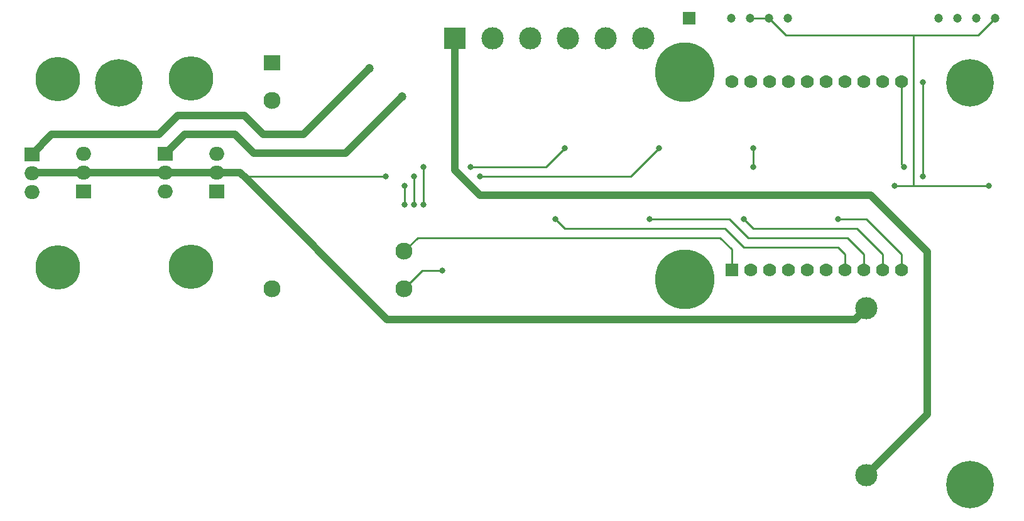
<source format=gbr>
%TF.GenerationSoftware,KiCad,Pcbnew,(7.0.0)*%
%TF.CreationDate,2024-01-27T17:52:15+01:00*%
%TF.ProjectId,bed-smart-plug,6265642d-736d-4617-9274-2d706c75672e,rev?*%
%TF.SameCoordinates,Original*%
%TF.FileFunction,Copper,L2,Bot*%
%TF.FilePolarity,Positive*%
%FSLAX46Y46*%
G04 Gerber Fmt 4.6, Leading zero omitted, Abs format (unit mm)*
G04 Created by KiCad (PCBNEW (7.0.0)) date 2024-01-27 17:52:15*
%MOMM*%
%LPD*%
G01*
G04 APERTURE LIST*
%TA.AperFunction,ComponentPad*%
%ADD10C,6.000000*%
%TD*%
%TA.AperFunction,ComponentPad*%
%ADD11C,6.400000*%
%TD*%
%TA.AperFunction,ComponentPad*%
%ADD12C,8.000000*%
%TD*%
%TA.AperFunction,ComponentPad*%
%ADD13C,3.000000*%
%TD*%
%TA.AperFunction,ComponentPad*%
%ADD14O,2.000000X1.905000*%
%TD*%
%TA.AperFunction,ComponentPad*%
%ADD15R,2.000000X1.905000*%
%TD*%
%TA.AperFunction,ComponentPad*%
%ADD16R,1.700000X1.700000*%
%TD*%
%TA.AperFunction,ComponentPad*%
%ADD17R,1.778000X1.778000*%
%TD*%
%TA.AperFunction,ComponentPad*%
%ADD18C,1.778000*%
%TD*%
%TA.AperFunction,ComponentPad*%
%ADD19C,1.200000*%
%TD*%
%TA.AperFunction,ComponentPad*%
%ADD20R,2.300000X2.000000*%
%TD*%
%TA.AperFunction,ComponentPad*%
%ADD21C,2.300000*%
%TD*%
%TA.AperFunction,ComponentPad*%
%ADD22R,3.000000X3.000000*%
%TD*%
%TA.AperFunction,ViaPad*%
%ADD23C,1.200000*%
%TD*%
%TA.AperFunction,ViaPad*%
%ADD24C,0.800000*%
%TD*%
%TA.AperFunction,Conductor*%
%ADD25C,0.250000*%
%TD*%
%TA.AperFunction,Conductor*%
%ADD26C,1.000000*%
%TD*%
G04 APERTURE END LIST*
D10*
%TO.P,HS1,1*%
%TO.N,N/C*%
X78995000Y-56660000D03*
X78995000Y-82060000D03*
%TD*%
D11*
%TO.P,,1*%
%TO.N,N/C*%
X201975000Y-57175000D03*
%TD*%
D12*
%TO.P,,1*%
%TO.N,N/C*%
X163485000Y-83700000D03*
%TD*%
D13*
%TO.P,F1,1*%
%TO.N,LINE*%
X187960000Y-110130000D03*
%TO.P,F1,2*%
%TO.N,Net-(Q1-A2)*%
X187960000Y-87630000D03*
%TD*%
D11*
%TO.P,,1*%
%TO.N,N/C*%
X87225000Y-57175000D03*
%TD*%
D14*
%TO.P,Q3,3,G*%
%TO.N,Net-(Q3-G)*%
X93514999Y-71839999D03*
%TO.P,Q3,2,A2*%
%TO.N,Net-(Q1-A2)*%
X93514999Y-69299999D03*
D15*
%TO.P,Q3,1,A1*%
%TO.N,Net-(J2-Pin_5)*%
X93514999Y-66759999D03*
%TD*%
D12*
%TO.P,,1*%
%TO.N,N/C*%
X163485000Y-55760000D03*
%TD*%
D16*
%TO.P,AE1,1,A*%
%TO.N,Net-(AE1-A)*%
X164099999Y-48499999D03*
%TD*%
D17*
%TO.P,U1,1,+5V*%
%TO.N,+5V*%
X169834999Y-82429999D03*
D18*
%TO.P,U1,2,+3.3V_(out)*%
%TO.N,+3V3*%
X172375000Y-82430000D03*
%TO.P,U1,3,GND*%
%TO.N,GND*%
X174915000Y-82430000D03*
%TO.P,U1,4,ESP_EN*%
%TO.N,unconnected-(U1-ESP_EN-Pad4)*%
X177455000Y-82430000D03*
%TO.P,U1,5,GPIO0*%
%TO.N,unconnected-(U1-GPIO0-Pad5)*%
X179995000Y-82430000D03*
%TO.P,U1,6,GPIO1*%
%TO.N,unconnected-(U1-GPIO1-Pad6)*%
X182535000Y-82430000D03*
%TO.P,U1,7,GPIO2*%
%TO.N,Net-(U1-GPIO2)*%
X185075000Y-82430000D03*
%TO.P,U1,8,GPIO3*%
%TO.N,Net-(U1-GPIO3)*%
X187615000Y-82430000D03*
%TO.P,U1,9,GPIO4*%
%TO.N,Net-(U1-GPIO4)*%
X190155000Y-82430000D03*
%TO.P,U1,10,GPIO5*%
%TO.N,Net-(U1-GPIO5)*%
X192695000Y-82430000D03*
%TO.P,U1,11,GPIO13*%
%TO.N,Net-(U1-GPIO13)*%
X192695000Y-57030000D03*
%TO.P,U1,12,GPIO14*%
%TO.N,unconnected-(U1-GPIO14-Pad12)*%
X190155000Y-57030000D03*
%TO.P,U1,13,GPIO15*%
%TO.N,unconnected-(U1-GPIO15-Pad13)*%
X187615000Y-57030000D03*
%TO.P,U1,14,GPIO16*%
%TO.N,unconnected-(U1-GPIO16-Pad14)*%
X185075000Y-57030000D03*
%TO.P,U1,15,GPIO32*%
%TO.N,unconnected-(U1-GPIO32-Pad15)*%
X182535000Y-57030000D03*
%TO.P,U1,16,GPIO33*%
%TO.N,unconnected-(U1-GPIO33-Pad16)*%
X179995000Y-57030000D03*
%TO.P,U1,17,GPIO34*%
%TO.N,unconnected-(U1-GPIO34-Pad17)*%
X177455000Y-57030000D03*
%TO.P,U1,18,GPIO35*%
%TO.N,unconnected-(U1-GPIO35-Pad18)*%
X174915000Y-57030000D03*
%TO.P,U1,19,GPIO36*%
%TO.N,Net-(U1-GPIO36)*%
X172375000Y-57030000D03*
%TO.P,U1,20,GPIO39*%
%TO.N,unconnected-(U1-GPIO39-Pad20)*%
X169835000Y-57030000D03*
%TD*%
D14*
%TO.P,Q4,3,G*%
%TO.N,Net-(Q4-G)*%
X100449999Y-66749999D03*
%TO.P,Q4,2,A2*%
%TO.N,Net-(Q1-A2)*%
X100449999Y-69289999D03*
D15*
%TO.P,Q4,1,A1*%
%TO.N,Net-(J2-Pin_6)*%
X100449999Y-71829999D03*
%TD*%
D19*
%TO.P,U2,1,Antenna*%
%TO.N,Net-(AE1-A)*%
X169780000Y-48500000D03*
%TO.P,U2,2,GND*%
%TO.N,GND*%
X172320000Y-48500000D03*
%TO.P,U2,3,GND*%
X174860000Y-48500000D03*
%TO.P,U2,4,VCC*%
%TO.N,+3V3*%
X177400000Y-48500000D03*
%TO.P,U2,5,VCC*%
X197720000Y-48500000D03*
%TO.P,U2,6,DATA*%
%TO.N,Net-(R2-Pad2)*%
X200260000Y-48500000D03*
%TO.P,U2,7,DATA*%
X202800000Y-48500000D03*
%TO.P,U2,8,GND*%
%TO.N,GND*%
X205340000Y-48500000D03*
%TD*%
D20*
%TO.P,PS1,1,AC/L*%
%TO.N,LINE*%
X107899999Y-54519999D03*
D21*
%TO.P,PS1,3,AC/N*%
%TO.N,NEUT*%
X107900000Y-59600000D03*
%TO.P,PS1,5,NC*%
%TO.N,unconnected-(PS1-NC-Pad5)*%
X107900000Y-85000000D03*
%TO.P,PS1,14,-Vo*%
%TO.N,GND*%
X125680000Y-85000000D03*
%TO.P,PS1,16,+Vo*%
%TO.N,+5V*%
X125680000Y-79920000D03*
%TD*%
D22*
%TO.P,J2,1,Pin_1*%
%TO.N,LINE*%
X132479999Y-51199999D03*
D13*
%TO.P,J2,2,Pin_2*%
%TO.N,NEUT*%
X137560000Y-51200000D03*
%TO.P,J2,3,Pin_3*%
%TO.N,Net-(J2-Pin_3)*%
X142640000Y-51200000D03*
%TO.P,J2,4,Pin_4*%
%TO.N,Net-(J2-Pin_4)*%
X147720000Y-51200000D03*
%TO.P,J2,5,Pin_5*%
%TO.N,Net-(J2-Pin_5)*%
X152800000Y-51200000D03*
%TO.P,J2,6,Pin_6*%
%TO.N,Net-(J2-Pin_6)*%
X157880000Y-51200000D03*
%TD*%
D10*
%TO.P,HS2,1*%
%TO.N,N/C*%
X97000000Y-82000000D03*
X97000000Y-56600000D03*
%TD*%
D11*
%TO.P,,1*%
%TO.N,N/C*%
X201975000Y-111425000D03*
%TD*%
D15*
%TO.P,Q2,1,A1*%
%TO.N,Net-(J2-Pin_4)*%
X82444999Y-71889999D03*
D14*
%TO.P,Q2,2,A2*%
%TO.N,Net-(Q1-A2)*%
X82444999Y-69349999D03*
%TO.P,Q2,3,G*%
%TO.N,Net-(Q2-G)*%
X82444999Y-66809999D03*
%TD*%
D15*
%TO.P,Q1,1,A1*%
%TO.N,Net-(J2-Pin_3)*%
X75509999Y-66819999D03*
D14*
%TO.P,Q1,2,A2*%
%TO.N,Net-(Q1-A2)*%
X75509999Y-69359999D03*
%TO.P,Q1,3,G*%
%TO.N,Net-(Q1-G)*%
X75509999Y-71899999D03*
%TD*%
D23*
%TO.N,Net-(J2-Pin_5)*%
X125412500Y-59055000D03*
%TO.N,Net-(J2-Pin_3)*%
X120967500Y-55245000D03*
D24*
%TO.N,Net-(U1-GPIO5)*%
X184150000Y-75565000D03*
%TO.N,Net-(U1-GPIO2)*%
X146050000Y-75565000D03*
%TO.N,Net-(U1-GPIO3)*%
X158750000Y-75565000D03*
%TO.N,Net-(U1-GPIO4)*%
X171450000Y-75565000D03*
%TO.N,GND*%
X130810000Y-82550000D03*
%TO.N,Net-(Q3-G)*%
X125730000Y-71120000D03*
X125730000Y-73660000D03*
%TO.N,Net-(Q2-G)*%
X127000000Y-73660000D03*
X127000000Y-69850000D03*
%TO.N,Net-(Q1-G)*%
X128270000Y-73660000D03*
X128270000Y-68580000D03*
%TO.N,Net-(Q2-G)*%
X135890000Y-69850000D03*
%TO.N,Net-(Q1-G)*%
X134620000Y-68580000D03*
%TO.N,Net-(Q3-G)*%
X172720000Y-68580000D03*
X172720000Y-66040000D03*
%TO.N,Net-(Q2-G)*%
X160020000Y-66040000D03*
%TO.N,Net-(Q1-G)*%
X147320000Y-66040000D03*
%TO.N,Net-(Q1-A2)*%
X123190000Y-69850000D03*
%TO.N,GND*%
X204470000Y-71120000D03*
X191770000Y-71120000D03*
%TO.N,+3V3*%
X195580000Y-69850000D03*
X195580000Y-57150000D03*
%TO.N,Net-(U1-GPIO13)*%
X193040000Y-68580000D03*
%TD*%
D25*
%TO.N,+5V*%
X127495000Y-78105000D02*
X125680000Y-79920000D01*
X169835000Y-79665000D02*
X168275000Y-78105000D01*
X169835000Y-82430000D02*
X169835000Y-79665000D01*
X168275000Y-78105000D02*
X127495000Y-78105000D01*
%TO.N,Net-(U1-GPIO2)*%
X147320000Y-76835000D02*
X146050000Y-75565000D01*
X168910000Y-76835000D02*
X147320000Y-76835000D01*
X184150000Y-79375000D02*
X171450000Y-79375000D01*
X185075000Y-80300000D02*
X184150000Y-79375000D01*
X185075000Y-82430000D02*
X185075000Y-80300000D01*
X171450000Y-79375000D02*
X168910000Y-76835000D01*
%TO.N,Net-(U1-GPIO3)*%
X169545000Y-75565000D02*
X158750000Y-75565000D01*
X185420000Y-78105000D02*
X172085000Y-78105000D01*
X187615000Y-80300000D02*
X185420000Y-78105000D01*
X187615000Y-82430000D02*
X187615000Y-80300000D01*
X172085000Y-78105000D02*
X169545000Y-75565000D01*
D26*
%TO.N,Net-(J2-Pin_3)*%
X95163972Y-61595000D02*
X92623972Y-64135000D01*
X78195000Y-64135000D02*
X75510000Y-66820000D01*
X106680000Y-64135000D02*
X104140000Y-61595000D01*
X104140000Y-61595000D02*
X95163972Y-61595000D01*
X92623972Y-64135000D02*
X78195000Y-64135000D01*
X120967500Y-55245000D02*
X112077500Y-64135000D01*
X112077500Y-64135000D02*
X106680000Y-64135000D01*
%TO.N,Net-(J2-Pin_5)*%
X96140000Y-64135000D02*
X93515000Y-66760000D01*
X102870000Y-64135000D02*
X96140000Y-64135000D01*
X105410000Y-66675000D02*
X102870000Y-64135000D01*
X117792500Y-66675000D02*
X105410000Y-66675000D01*
X125412500Y-59055000D02*
X117792500Y-66675000D01*
%TO.N,LINE*%
X132480000Y-68980000D02*
X132480000Y-51200000D01*
X135890000Y-72390000D02*
X132480000Y-68980000D01*
X196215000Y-101875000D02*
X196215000Y-80010000D01*
X187960000Y-110130000D02*
X196215000Y-101875000D01*
X196215000Y-80010000D02*
X188595000Y-72390000D01*
X188595000Y-72390000D02*
X135890000Y-72390000D01*
D25*
%TO.N,Net-(U1-GPIO5)*%
X192695000Y-80300000D02*
X187960000Y-75565000D01*
X192695000Y-82430000D02*
X192695000Y-80300000D01*
X187960000Y-75565000D02*
X184150000Y-75565000D01*
%TO.N,Net-(U1-GPIO4)*%
X172720000Y-76835000D02*
X171450000Y-75565000D01*
X186690000Y-76835000D02*
X172720000Y-76835000D01*
X190155000Y-80300000D02*
X186690000Y-76835000D01*
X190155000Y-82430000D02*
X190155000Y-80300000D01*
%TO.N,GND*%
X130810000Y-82550000D02*
X128130000Y-82550000D01*
X128130000Y-82550000D02*
X125680000Y-85000000D01*
%TO.N,Net-(Q3-G)*%
X125730000Y-71120000D02*
X125730000Y-73660000D01*
%TO.N,Net-(Q2-G)*%
X127000000Y-69850000D02*
X127000000Y-73660000D01*
%TO.N,Net-(Q1-G)*%
X128270000Y-68580000D02*
X128270000Y-73660000D01*
%TO.N,Net-(Q2-G)*%
X135890000Y-69850000D02*
X156210000Y-69850000D01*
%TO.N,Net-(Q1-G)*%
X134620000Y-68580000D02*
X144780000Y-68580000D01*
%TO.N,Net-(Q3-G)*%
X172720000Y-66040000D02*
X172720000Y-68580000D01*
%TO.N,Net-(Q2-G)*%
X160020000Y-66040000D02*
X156210000Y-69850000D01*
%TO.N,Net-(Q1-G)*%
X147320000Y-66040000D02*
X144780000Y-68580000D01*
%TO.N,Net-(Q1-A2)*%
X123190000Y-69850000D02*
X104775000Y-69850000D01*
X104775000Y-69850000D02*
X104457500Y-70167500D01*
D26*
X123420000Y-89130000D02*
X104457500Y-70167500D01*
X104457500Y-70167500D02*
X103580000Y-69290000D01*
D25*
%TO.N,GND*%
X194310000Y-71120000D02*
X204470000Y-71120000D01*
X203040000Y-50800000D02*
X205340000Y-48500000D01*
X177160000Y-50800000D02*
X194310000Y-50800000D01*
X194310000Y-50800000D02*
X203040000Y-50800000D01*
X174860000Y-48500000D02*
X177160000Y-50800000D01*
X191770000Y-71120000D02*
X194310000Y-71120000D01*
X172320000Y-48500000D02*
X174860000Y-48500000D01*
X194310000Y-50800000D02*
X194310000Y-71120000D01*
%TO.N,+3V3*%
X195580000Y-57150000D02*
X195580000Y-69850000D01*
D26*
%TO.N,Net-(Q1-A2)*%
X82445000Y-69350000D02*
X75520000Y-69350000D01*
X93515000Y-69300000D02*
X82495000Y-69300000D01*
X187960000Y-87630000D02*
X186460000Y-89130000D01*
X75520000Y-69350000D02*
X75510000Y-69360000D01*
X82495000Y-69300000D02*
X82445000Y-69350000D01*
X100450000Y-69290000D02*
X93525000Y-69290000D01*
X103580000Y-69290000D02*
X100450000Y-69290000D01*
X93525000Y-69290000D02*
X93515000Y-69300000D01*
X186460000Y-89130000D02*
X123420000Y-89130000D01*
D25*
%TO.N,Net-(U1-GPIO13)*%
X192695000Y-68235000D02*
X193040000Y-68580000D01*
X192695000Y-57030000D02*
X192695000Y-68235000D01*
%TD*%
M02*

</source>
